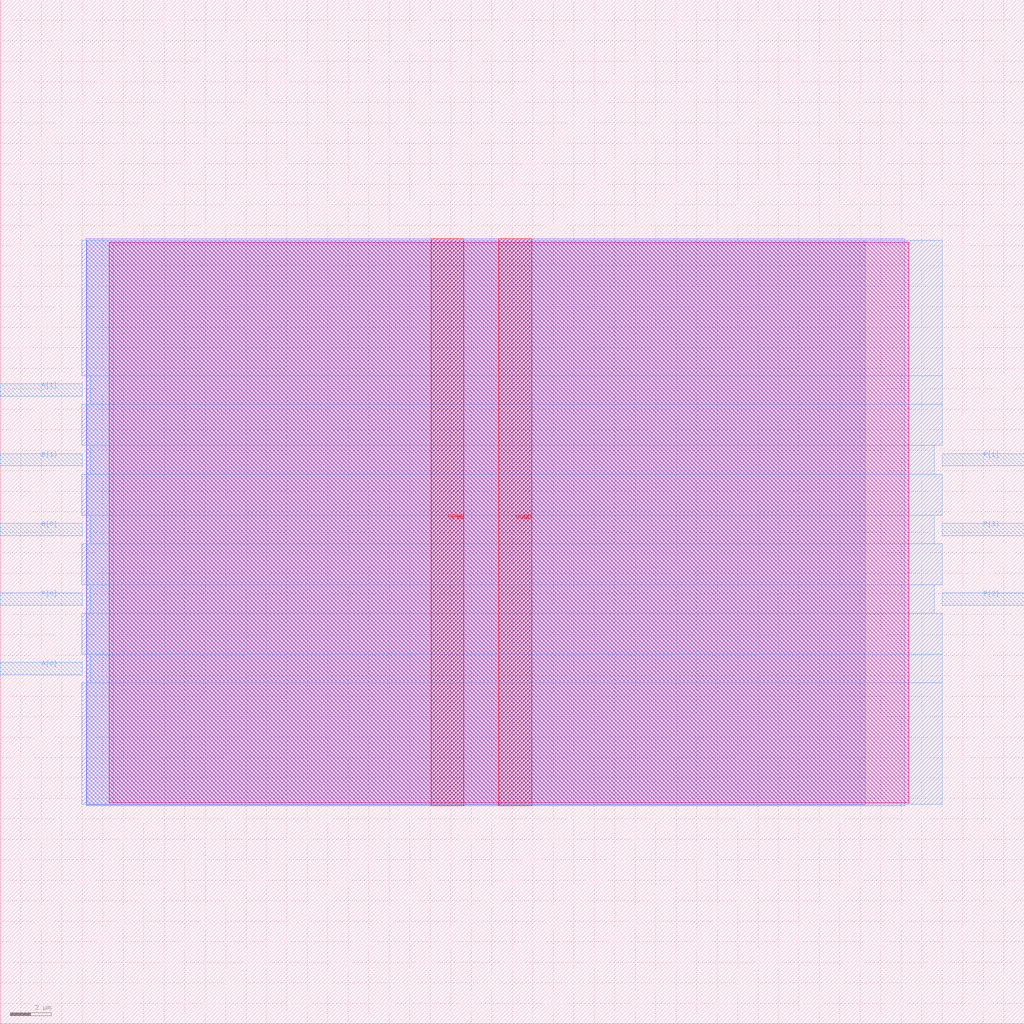
<source format=lef>
VERSION 5.7 ;
  NOWIREEXTENSIONATPIN ON ;
  DIVIDERCHAR "/" ;
  BUSBITCHARS "[]" ;
MACRO SARSA_WInd_e8
  CLASS BLOCK ;
  FOREIGN SARSA_WInd_e8 ;
  ORIGIN 0.000 0.000 ;
  SIZE 50.000 BY 50.000 ;
  PIN A[0]
    DIRECTION INPUT ;
    USE SIGNAL ;
    ANTENNAGATEAREA 0.196500 ;
    PORT
      LAYER met3 ;
        RECT 0.000 17.040 4.000 17.640 ;
    END
  END A[0]
  PIN A[1]
    DIRECTION INPUT ;
    USE SIGNAL ;
    ANTENNAGATEAREA 0.196500 ;
    PORT
      LAYER met3 ;
        RECT 0.000 30.640 4.000 31.240 ;
    END
  END A[1]
  PIN B[0]
    DIRECTION INPUT ;
    USE SIGNAL ;
    ANTENNAGATEAREA 0.196500 ;
    PORT
      LAYER met3 ;
        RECT 0.000 23.840 4.000 24.440 ;
    END
  END B[0]
  PIN B[1]
    DIRECTION INPUT ;
    USE SIGNAL ;
    ANTENNAGATEAREA 0.196500 ;
    PORT
      LAYER met3 ;
        RECT 0.000 27.240 4.000 27.840 ;
    END
  END B[1]
  PIN P[0]
    DIRECTION OUTPUT ;
    USE SIGNAL ;
    ANTENNADIFFAREA 0.445500 ;
    PORT
      LAYER met3 ;
        RECT 0.000 20.440 4.000 21.040 ;
    END
  END P[0]
  PIN P[1]
    DIRECTION OUTPUT ;
    USE SIGNAL ;
    ANTENNADIFFAREA 0.445500 ;
    PORT
      LAYER met3 ;
        RECT 46.000 27.240 50.000 27.840 ;
    END
  END P[1]
  PIN P[2]
    DIRECTION OUTPUT ;
    USE SIGNAL ;
    ANTENNADIFFAREA 0.445500 ;
    PORT
      LAYER met3 ;
        RECT 46.000 20.440 50.000 21.040 ;
    END
  END P[2]
  PIN P[3]
    DIRECTION OUTPUT ;
    USE SIGNAL ;
    ANTENNADIFFAREA 0.445500 ;
    PORT
      LAYER met3 ;
        RECT 46.000 23.840 50.000 24.440 ;
    END
  END P[3]
  PIN VGND
    DIRECTION INOUT ;
    USE GROUND ;
    PORT
      LAYER met4 ;
        RECT 24.340 10.640 25.940 38.320 ;
    END
  END VGND
  PIN VPWR
    DIRECTION INOUT ;
    USE POWER ;
    PORT
      LAYER met4 ;
        RECT 21.040 10.640 22.640 38.320 ;
    END
  END VPWR
  OBS
      LAYER nwell ;
        RECT 5.330 10.795 44.350 38.165 ;
      LAYER li1 ;
        RECT 5.520 10.795 44.160 38.165 ;
      LAYER met1 ;
        RECT 4.210 10.640 44.160 38.320 ;
      LAYER met2 ;
        RECT 4.230 10.695 42.230 38.265 ;
      LAYER met3 ;
        RECT 3.990 31.640 46.000 38.245 ;
        RECT 4.400 30.240 46.000 31.640 ;
        RECT 3.990 28.240 46.000 30.240 ;
        RECT 4.400 26.840 45.600 28.240 ;
        RECT 3.990 24.840 46.000 26.840 ;
        RECT 4.400 23.440 45.600 24.840 ;
        RECT 3.990 21.440 46.000 23.440 ;
        RECT 4.400 20.040 45.600 21.440 ;
        RECT 3.990 18.040 46.000 20.040 ;
        RECT 4.400 16.640 46.000 18.040 ;
        RECT 3.990 10.715 46.000 16.640 ;
  END
END SARSA_WInd_e8
END LIBRARY


</source>
